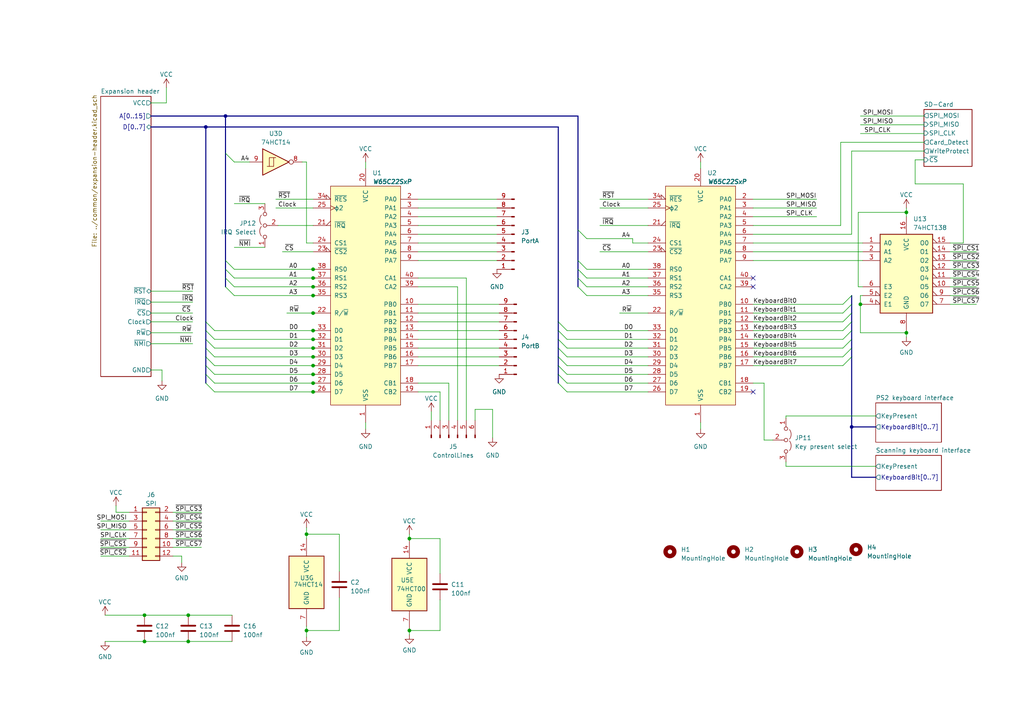
<source format=kicad_sch>
(kicad_sch (version 20230121) (generator eeschema)
  (paper "A4")
  (lib_symbols
    (symbol "65xx:W65C22SxP" (pin_names (offset 1.016))
      (property "Reference" "U" (at -10.16 33.02 0))
      (property "Value" "W65C22SxP" (at 0 0 90))
      (symbol "W65C22SxP_0_1"
        (rectangle (start -10.16 31.75) (end 10.16 -31.75) (fill (type background)))
      )
      (symbol "W65C22SxP_1_1"
        (pin power_in line (at 0 -36.83 90) (length 5.08) (name "VSS") (number "1"))
        (pin bidirectional line (at 15.24 -2.54 180) (length 5.08) (name "PB0") (number "10"))
        (pin bidirectional line (at 15.24 -5.08 180) (length 5.08) (name "PB1") (number "11"))
        (pin bidirectional line (at 15.24 -7.62 180) (length 5.08) (name "PB2") (number "12"))
        (pin bidirectional line (at 15.24 -10.16 180) (length 5.08) (name "PB3") (number "13"))
        (pin bidirectional line (at 15.24 -12.7 180) (length 5.08) (name "PB4") (number "14"))
        (pin bidirectional line (at 15.24 -15.24 180) (length 5.08) (name "PB5") (number "15"))
        (pin bidirectional line (at 15.24 -17.78 180) (length 5.08) (name "PB6") (number "16"))
        (pin bidirectional line (at 15.24 -20.32 180) (length 5.08) (name "PB7") (number "17"))
        (pin input line (at 15.24 -25.4 180) (length 5.08) (name "CB1") (number "18"))
        (pin bidirectional line (at 15.24 -27.94 180) (length 5.08) (name "CB2") (number "19"))
        (pin bidirectional line (at 15.24 27.94 180) (length 5.08) (name "PA0") (number "2"))
        (pin power_in line (at 0 36.83 270) (length 5.08) (name "VCC") (number "20"))
        (pin output output_low (at -15.24 20.32 0) (length 5.08) (name "~{IRQ}") (number "21"))
        (pin input line (at -15.24 -5.08 0) (length 5.08) (name "R/~{W}") (number "22"))
        (pin input input_low (at -15.24 12.7 0) (length 5.08) (name "~{CS2}") (number "23"))
        (pin input line (at -15.24 15.24 0) (length 5.08) (name "CS1") (number "24"))
        (pin input clock (at -15.24 25.4 0) (length 5.08) (name "ϕ2") (number "25"))
        (pin bidirectional line (at -15.24 -27.94 0) (length 5.08) (name "D7") (number "26"))
        (pin bidirectional line (at -15.24 -25.4 0) (length 5.08) (name "D6") (number "27"))
        (pin bidirectional line (at -15.24 -22.86 0) (length 5.08) (name "D5") (number "28"))
        (pin bidirectional line (at -15.24 -20.32 0) (length 5.08) (name "D4") (number "29"))
        (pin bidirectional line (at 15.24 25.4 180) (length 5.08) (name "PA1") (number "3"))
        (pin bidirectional line (at -15.24 -17.78 0) (length 5.08) (name "D3") (number "30"))
        (pin bidirectional line (at -15.24 -15.24 0) (length 5.08) (name "D2") (number "31"))
        (pin bidirectional line (at -15.24 -12.7 0) (length 5.08) (name "D1") (number "32"))
        (pin bidirectional line (at -15.24 -10.16 0) (length 5.08) (name "D0") (number "33"))
        (pin input input_low (at -15.24 27.94 0) (length 5.08) (name "~{RES}") (number "34"))
        (pin input line (at -15.24 0 0) (length 5.08) (name "RS3") (number "35"))
        (pin input line (at -15.24 2.54 0) (length 5.08) (name "RS2") (number "36"))
        (pin input line (at -15.24 5.08 0) (length 5.08) (name "RS1") (number "37"))
        (pin input line (at -15.24 7.62 0) (length 5.08) (name "RS0") (number "38"))
        (pin bidirectional line (at 15.24 2.54 180) (length 5.08) (name "CA2") (number "39"))
        (pin bidirectional line (at 15.24 22.86 180) (length 5.08) (name "PA2") (number "4"))
        (pin input line (at 15.24 5.08 180) (length 5.08) (name "CA1") (number "40"))
        (pin bidirectional line (at 15.24 20.32 180) (length 5.08) (name "PA3") (number "5"))
        (pin bidirectional line (at 15.24 17.78 180) (length 5.08) (name "PA4") (number "6"))
        (pin bidirectional line (at 15.24 15.24 180) (length 5.08) (name "PA5") (number "7"))
        (pin bidirectional line (at 15.24 12.7 180) (length 5.08) (name "PA6") (number "8"))
        (pin bidirectional line (at 15.24 10.16 180) (length 5.08) (name "PA7") (number "9"))
      )
    )
    (symbol "74xx:74HCT00" (pin_names (offset 1.016))
      (property "Reference" "U" (at 0 1.27 0))
      (property "Value" "74HCT00" (at 0 -1.27 0))
      (symbol "74HCT00_1_1"
        (arc (start 0 -3.81) (mid 3.7934 0) (end 0 3.81) (stroke (width 0.254)) (fill (type background)))
        (polyline (pts (xy 0 3.81) (xy -3.81 3.81) (xy -3.81 -3.81) (xy 0 -3.81)) (stroke (width 0.254)) (fill (type background)))
        (pin input line (at -7.62 2.54 0) (length 3.81) (name "~") (number "1"))
        (pin input line (at -7.62 -2.54 0) (length 3.81) (name "~") (number "2"))
        (pin output inverted (at 7.62 0 180) (length 3.81) (name "~") (number "3"))
      )
      (symbol "74HCT00_1_2"
        (arc (start -3.81 -3.81) (mid -2.589 0) (end -3.81 3.81) (stroke (width 0.254)))
        (arc (start -0.6096 -3.81) (mid 2.1842 -2.5851) (end 3.81 0) (stroke (width 0.254)) (fill (type background)))
        (polyline (pts (xy -3.81 -3.81) (xy -0.635 -3.81)) (stroke (width 0.254)) (fill (type background)))
        (polyline (pts (xy -3.81 3.81) (xy -0.635 3.81)) (stroke (width 0.254)) (fill (type background)))
        (polyline (pts (xy -0.635 3.81) (xy -3.81 3.81) (xy -3.81 3.81) (xy -3.556 3.4036) (xy -3.0226 2.2606) (xy -2.6924 1.0414) (xy -2.6162 -0.254) (xy -2.7686 -1.4986) (xy -3.175 -2.7178) (xy -3.81 -3.81) (xy -3.81 -3.81) (xy -0.635 -3.81)) (stroke (width -25.4)) (fill (type background)))
        (arc (start 3.81 0) (mid 2.1915 2.5936) (end -0.6096 3.81) (stroke (width 0.254)) (fill (type background)))
        (pin input inverted (at -7.62 2.54 0) (length 4.318) (name "~") (number "1"))
        (pin input inverted (at -7.62 -2.54 0) (length 4.318) (name "~") (number "2"))
        (pin output line (at 7.62 0 180) (length 3.81) (name "~") (number "3"))
      )
      (symbol "74HCT00_2_1"
        (arc (start 0 -3.81) (mid 3.7934 0) (end 0 3.81) (stroke (width 0.254)) (fill (type background)))
        (polyline (pts (xy 0 3.81) (xy -3.81 3.81) (xy -3.81 -3.81) (xy 0 -3.81)) (stroke (width 0.254)) (fill (type background)))
        (pin input line (at -7.62 2.54 0) (length 3.81) (name "~") (number "4"))
        (pin input line (at -7.62 -2.54 0) (length 3.81) (name "~") (number "5"))
        (pin output inverted (at 7.62 0 180) (length 3.81) (name "~") (number "6"))
      )
      (symbol "74HCT00_2_2"
        (arc (start -3.81 -3.81) (mid -2.589 0) (end -3.81 3.81) (stroke (width 0.254)))
        (arc (start -0.6096 -3.81) (mid 2.1842 -2.5851) (end 3.81 0) (stroke (width 0.254)) (fill (type background)))
        (polyline (pts (xy -3.81 -3.81) (xy -0.635 -3.81)) (stroke (width 0.254)) (fill (type background)))
        (polyline (pts (xy -3.81 3.81) (xy -0.635 3.81)) (stroke (width 0.254)) (fill (type background)))
        (polyline (pts (xy -0.635 3.81) (xy -3.81 3.81) (xy -3.81 3.81) (xy -3.556 3.4036) (xy -3.0226 2.2606) (xy -2.6924 1.0414) (xy -2.6162 -0.254) (xy -2.7686 -1.4986) (xy -3.175 -2.7178) (xy -3.81 -3.81) (xy -3.81 -3.81) (xy -0.635 -3.81)) (stroke (width -25.4)) (fill (type background)))
        (arc (start 3.81 0) (mid 2.1915 2.5936) (end -0.6096 3.81) (stroke (width 0.254)) (fill (type background)))
        (pin input inverted (at -7.62 2.54 0) (length 4.318) (name "~") (number "4"))
        (pin input inverted (at -7.62 -2.54 0) (length 4.318) (name "~") (number "5"))
        (pin output line (at 7.62 0 180) (length 3.81) (name "~") (number "6"))
      )
      (symbol "74HCT00_3_1"
        (arc (start 0 -3.81) (mid 3.7934 0) (end 0 3.81) (stroke (width 0.254)) (fill (type background)))
        (polyline (pts (xy 0 3.81) (xy -3.81 3.81) (xy -3.81 -3.81) (xy 0 -3.81)) (stroke (width 0.254)) (fill (type background)))
        (pin input line (at -7.62 -2.54 0) (length 3.81) (name "~") (number "10"))
        (pin output inverted (at 7.62 0 180) (length 3.81) (name "~") (number "8"))
        (pin input line (at -7.62 2.54 0) (length 3.81) (name "~") (number "9"))
      )
      (symbol "74HCT00_3_2"
        (arc (start -3.81 -3.81) (mid -2.589 0) (end -3.81 3.81) (stroke (width 0.254)))
        (arc (start -0.6096 -3.81) (mid 2.1842 -2.5851) (end 3.81 0) (stroke (width 0.254)) (fill (type background)))
        (polyline (pts (xy -3.81 -3.81) (xy -0.635 -3.81)) (stroke (width 0.254)) (fill (type background)))
        (polyline (pts (xy -3.81 3.81) (xy -0.635 3.81)) (stroke (width 0.254)) (fill (type background)))
        (polyline (pts (xy -0.635 3.81) (xy -3.81 3.81) (xy -3.81 3.81) (xy -3.556 3.4036) (xy -3.0226 2.2606) (xy -2.6924 1.0414) (xy -2.6162 -0.254) (xy -2.7686 -1.4986) (xy -3.175 -2.7178) (xy -3.81 -3.81) (xy -3.81 -3.81) (xy -0.635 -3.81)) (stroke (width -25.4)) (fill (type background)))
        (arc (start 3.81 0) (mid 2.1915 2.5936) (end -0.6096 3.81) (stroke (width 0.254)) (fill (type background)))
        (pin input inverted (at -7.62 -2.54 0) (length 4.318) (name "~") (number "10"))
        (pin output line (at 7.62 0 180) (length 3.81) (name "~") (number "8"))
        (pin input inverted (at -7.62 2.54 0) (length 4.318) (name "~") (number "9"))
      )
      (symbol "74HCT00_4_1"
        (arc (start 0 -3.81) (mid 3.7934 0) (end 0 3.81) (stroke (width 0.254)) (fill (type background)))
        (polyline (pts (xy 0 3.81) (xy -3.81 3.81) (xy -3.81 -3.81) (xy 0 -3.81)) (stroke (width 0.254)) (fill (type background)))
        (pin output inverted (at 7.62 0 180) (length 3.81) (name "~") (number "11"))
        (pin input line (at -7.62 2.54 0) (length 3.81) (name "~") (number "12"))
        (pin input line (at -7.62 -2.54 0) (length 3.81) (name "~") (number "13"))
      )
      (symbol "74HCT00_4_2"
        (arc (start -3.81 -3.81) (mid -2.589 0) (end -3.81 3.81) (stroke (width 0.254)))
        (arc (start -0.6096 -3.81) (mid 2.1842 -2.5851) (end 3.81 0) (stroke (width 0.254)) (fill (type background)))
        (polyline (pts (xy -3.81 -3.81) (xy -0.635 -3.81)) (stroke (width 0.254)) (fill (type background)))
        (polyline (pts (xy -3.81 3.81) (xy -0.635 3.81)) (stroke (width 0.254)) (fill (type background)))
        (polyline (pts (xy -0.635 3.81) (xy -3.81 3.81) (xy -3.81 3.81) (xy -3.556 3.4036) (xy -3.0226 2.2606) (xy -2.6924 1.0414) (xy -2.6162 -0.254) (xy -2.7686 -1.4986) (xy -3.175 -2.7178) (xy -3.81 -3.81) (xy -3.81 -3.81) (xy -0.635 -3.81)) (stroke (width -25.4)) (fill (type background)))
        (arc (start 3.81 0) (mid 2.1915 2.5936) (end -0.6096 3.81) (stroke (width 0.254)) (fill (type background)))
        (pin output line (at 7.62 0 180) (length 3.81) (name "~") (number "11"))
        (pin input inverted (at -7.62 2.54 0) (length 4.318) (name "~") (number "12"))
        (pin input inverted (at -7.62 -2.54 0) (length 4.318) (name "~") (number "13"))
      )
      (symbol "74HCT00_5_0"
        (pin power_in line (at 0 12.7 270) (length 5.08) (name "VCC") (number "14"))
        (pin power_in line (at 0 -12.7 90) (length 5.08) (name "GND") (number "7"))
      )
      (symbol "74HCT00_5_1"
        (rectangle (start -5.08 7.62) (end 5.08 -7.62) (stroke (width 0.254)) (fill (type background)))
      )
    )
    (symbol "74xx:74LS138" (pin_names (offset 1.016))
      (property "Reference" "U" (at -7.62 11.43 0))
      (property "Value" "74LS138" (at -7.62 -13.97 0))
      (symbol "74LS138_1_0"
        (pin input line (at -12.7 7.62 0) (length 5.08) (name "A0") (number "1"))
        (pin output output_low (at 12.7 -5.08 180) (length 5.08) (name "O5") (number "10"))
        (pin output output_low (at 12.7 -2.54 180) (length 5.08) (name "O4") (number "11"))
        (pin output output_low (at 12.7 0 180) (length 5.08) (name "O3") (number "12"))
        (pin output output_low (at 12.7 2.54 180) (length 5.08) (name "O2") (number "13"))
        (pin output output_low (at 12.7 5.08 180) (length 5.08) (name "O1") (number "14"))
        (pin output output_low (at 12.7 7.62 180) (length 5.08) (name "O0") (number "15"))
        (pin power_in line (at 0 15.24 270) (length 5.08) (name "VCC") (number "16"))
        (pin input line (at -12.7 5.08 0) (length 5.08) (name "A1") (number "2"))
        (pin input line (at -12.7 2.54 0) (length 5.08) (name "A2") (number "3"))
        (pin input input_low (at -12.7 -10.16 0) (length 5.08) (name "E1") (number "4"))
        (pin input input_low (at -12.7 -7.62 0) (length 5.08) (name "E2") (number "5"))
        (pin input line (at -12.7 -5.08 0) (length 5.08) (name "E3") (number "6"))
        (pin output output_low (at 12.7 -10.16 180) (length 5.08) (name "O7") (number "7"))
        (pin power_in line (at 0 -17.78 90) (length 5.08) (name "GND") (number "8"))
        (pin output output_low (at 12.7 -7.62 180) (length 5.08) (name "O6") (number "9"))
      )
      (symbol "74LS138_1_1"
        (rectangle (start -7.62 10.16) (end 7.62 -12.7) (stroke (width 0.254)) (fill (type background)))
      )
    )
    (symbol "74xx:74LS14" (pin_names (offset 1.016))
      (property "Reference" "U" (at 0 1.27 0))
      (property "Value" "74LS14" (at 0 -1.27 0))
      (symbol "74LS14_1_0"
        (polyline (pts (xy -3.81 3.81) (xy -3.81 -3.81) (xy 3.81 0) (xy -3.81 3.81)) (stroke (width 0.254)) (fill (type background)))
        (pin input line (at -7.62 0 0) (length 3.81) (name "~") (number "1"))
        (pin output inverted (at 7.62 0 180) (length 3.81) (name "~") (number "2"))
      )
      (symbol "74LS14_1_1"
        (polyline (pts (xy -1.905 -1.27) (xy -1.905 1.27) (xy -0.635 1.27)))
        (polyline (pts (xy -2.54 -1.27) (xy -0.635 -1.27) (xy -0.635 1.27) (xy 0 1.27)))
      )
      (symbol "74LS14_2_0"
        (polyline (pts (xy -3.81 3.81) (xy -3.81 -3.81) (xy 3.81 0) (xy -3.81 3.81)) (stroke (width 0.254)) (fill (type background)))
        (pin input line (at -7.62 0 0) (length 3.81) (name "~") (number "3"))
        (pin output inverted (at 7.62 0 180) (length 3.81) (name "~") (number "4"))
      )
      (symbol "74LS14_2_1"
        (polyline (pts (xy -1.905 -1.27) (xy -1.905 1.27) (xy -0.635 1.27)))
        (polyline (pts (xy -2.54 -1.27) (xy -0.635 -1.27) (xy -0.635 1.27) (xy 0 1.27)))
      )
      (symbol "74LS14_3_0"
        (polyline (pts (xy -3.81 3.81) (xy -3.81 -3.81) (xy 3.81 0) (xy -3.81 3.81)) (stroke (width 0.254)) (fill (type background)))
        (pin input line (at -7.62 0 0) (length 3.81) (name "~") (number "5"))
        (pin output inverted (at 7.62 0 180) (length 3.81) (name "~") (number "6"))
      )
      (symbol "74LS14_3_1"
        (polyline (pts (xy -1.905 -1.27) (xy -1.905 1.27) (xy -0.635 1.27)))
        (polyline (pts (xy -2.54 -1.27) (xy -0.635 -1.27) (xy -0.635 1.27) (xy 0 1.27)))
      )
      (symbol "74LS14_4_0"
        (polyline (pts (xy -3.81 3.81) (xy -3.81 -3.81) (xy 3.81 0) (xy -3.81 3.81)) (stroke (width 0.254)) (fill (type background)))
        (pin output inverted (at 7.62 0 180) (length 3.81) (name "~") (number "8"))
        (pin input line (at -7.62 0 0) (length 3.81) (name "~") (number "9"))
      )
      (symbol "74LS14_4_1"
        (polyline (pts (xy -1.905 -1.27) (xy -1.905 1.27) (xy -0.635 1.27)))
        (polyline (pts (xy -2.54 -1.27) (xy -0.635 -1.27) (xy -0.635 1.27) (xy 0 1.27)))
      )
      (symbol "74LS14_5_0"
        (polyline (pts (xy -3.81 3.81) (xy -3.81 -3.81) (xy 3.81 0) (xy -3.81 3.81)) (stroke (width 0.254)) (fill (type background)))
        (pin output inverted (at 7.62 0 180) (length 3.81) (name "~") (number "10"))
        (pin input line (at -7.62 0 0) (length 3.81) (name "~") (number "11"))
      )
      (symbol "74LS14_5_1"
        (polyline (pts (xy -1.905 -1.27) (xy -1.905 1.27) (xy -0.635 1.27)))
        (polyline (pts (xy -2.54 -1.27) (xy -0.635 -1.27) (xy -0.635 1.27) (xy 0 1.27)))
      )
      (symbol "74LS14_6_0"
        (polyline (pts (xy -3.81 3.81) (xy -3.81 -3.81) (xy 3.81 0) (xy -3.81 3.81)) (stroke (width 0.254)) (fill (type background)))
        (pin output inverted (at 7.62 0 180) (length 3.81) (name "~") (number "12"))
        (pin input line (at -7.62 0 0) (length 3.81) (name "~") (number "13"))
      )
      (symbol "74LS14_6_1"
        (polyline (pts (xy -1.905 -1.27) (xy -1.905 1.27) (xy -0.635 1.27)))
        (polyline (pts (xy -2.54 -1.27) (xy -0.635 -1.27) (xy -0.635 1.27) (xy 0 1.27)))
      )
      (symbol "74LS14_7_0"
        (pin power_in line (at 0 12.7 270) (length 5.08) (name "VCC") (number "14"))
        (pin power_in line (at 0 -12.7 90) (length 5.08) (name "GND") (number "7"))
      )
      (symbol "74LS14_7_1"
        (rectangle (start -5.08 7.62) (end 5.08 -7.62) (stroke (width 0.254)) (fill (type background)))
      )
    )
    (symbol "Connector:Conn_01x06_Pin" (pin_names (offset 1.016) hide)
      (property "Reference" "J" (at 0 7.62 0))
      (property "Value" "Conn_01x06_Pin" (at 0 -10.16 0))
      (symbol "Conn_01x06_Pin_1_1"
        (polyline (pts (xy 1.27 -7.62) (xy 0.8636 -7.62)) (stroke (width 0.1524)))
        (polyline (pts (xy 1.27 -5.08) (xy 0.8636 -5.08)) (stroke (width 0.1524)))
        (polyline (pts (xy 1.27 -2.54) (xy 0.8636 -2.54)) (stroke (width 0.1524)))
        (polyline (pts (xy 1.27 0) (xy 0.8636 0)) (stroke (width 0.1524)))
        (polyline (pts (xy 1.27 2.54) (xy 0.8636 2.54)) (stroke (width 0.1524)))
        (polyline (pts (xy 1.27 5.08) (xy 0.8636 5.08)) (stroke (width 0.1524)))
        (rectangle (start 0.8636 -7.493) (end 0 -7.747) (stroke (width 0.1524)) (fill (type outline)))
        (rectangle (start 0.8636 -4.953) (end 0 -5.207) (stroke (width 0.1524)) (fill (type outline)))
        (rectangle (start 0.8636 -2.413) (end 0 -2.667) (stroke (width 0.1524)) (fill (type outline)))
        (rectangle (start 0.8636 0.127) (end 0 -0.127) (stroke (width 0.1524)) (fill (type outline)))
        (rectangle (start 0.8636 2.667) (end 0 2.413) (stroke (width 0.1524)) (fill (type outline)))
        (rectangle (start 0.8636 5.207) (end 0 4.953) (stroke (width 0.1524)) (fill (type outline)))
        (pin passive line (at 5.08 5.08 180) (length 3.81) (name "Pin_1") (number "1"))
        (pin passive line (at 5.08 2.54 180) (length 3.81) (name "Pin_2") (number "2"))
        (pin passive line (at 5.08 0 180) (length 3.81) (name "Pin_3") (number "3"))
        (pin passive line (at 5.08 -2.54 180) (length 3.81) (name "Pin_4") (number "4"))
        (pin passive line (at 5.08 -5.08 180) (length 3.81) (name "Pin_5") (number "5"))
        (pin passive line (at 5.08 -7.62 180) (length 3.81) (name "Pin_6") (number "6"))
      )
    )
    (symbol "Connector:Conn_01x09_Pin" (pin_names (offset 1.016) hide)
      (property "Reference" "J" (at 0 12.7 0))
      (property "Value" "Conn_01x09_Pin" (at 0 -12.7 0))
      (symbol "Conn_01x09_Pin_1_1"
        (polyline (pts (xy 1.27 -10.16) (xy 0.8636 -10.16)) (stroke (width 0.1524)))
        (polyline (pts (xy 1.27 -7.62) (xy 0.8636 -7.62)) (stroke (width 0.1524)))
        (polyline (pts (xy 1.27 -5.08) (xy 0.8636 -5.08)) (stroke (width 0.1524)))
        (polyline (pts (xy 1.27 -2.54) (xy 0.8636 -2.54)) (stroke (width 0.1524)))
        (polyline (pts (xy 1.27 0) (xy 0.8636 0)) (stroke (width 0.1524)))
        (polyline (pts (xy 1.27 2.54) (xy 0.8636 2.54)) (stroke (width 0.1524)))
        (polyline (pts (xy 1.27 5.08) (xy 0.8636 5.08)) (stroke (width 0.1524)))
        (polyline (pts (xy 1.27 7.62) (xy 0.8636 7.62)) (stroke (width 0.1524)))
        (polyline (pts (xy 1.27 10.16) (xy 0.8636 10.16)) (stroke (width 0.1524)))
        (rectangle (start 0.8636 -10.033) (end 0 -10.287) (stroke (width 0.1524)) (fill (type outline)))
        (rectangle (start 0.8636 -7.493) (end 0 -7.747) (stroke (width 0.1524)) (fill (type outline)))
        (rectangle (start 0.8636 -4.953) (end 0 -5.207) (stroke (width 0.1524)) (fill (type outline)))
        (rectangle (start 0.8636 -2.413) (end 0 -2.667) (stroke (width 0.1524)) (fill (type outline)))
        (rectangle (start 0.8636 0.127) (end 0 -0.127) (stroke (width 0.1524)) (fill (type outline)))
        (rectangle (start 0.8636 2.667) (end 0 2.413) (stroke (width 0.1524)) (fill (type outline)))
        (rectangle (start 0.8636 5.207) (end 0 4.953) (stroke (width 0.1524)) (fill (type outline)))
        (rectangle (start 0.8636 7.747) (end 0 7.493) (stroke (width 0.1524)) (fill (type outline)))
        (rectangle (start 0.8636 10.287) (end 0 10.033) (stroke (width 0.1524)) (fill (type outline)))
        (pin passive line (at 5.08 10.16 180) (length 3.81) (name "Pin_1") (number "1"))
        (pin passive line (at 5.08 7.62 180) (length 3.81) (name "Pin_2") (number "2"))
        (pin passive line (at 5.08 5.08 180) (length 3.81) (name "Pin_3") (number "3"))
        (pin passive line (at 5.08 2.54 180) (length 3.81) (name "Pin_4") (number "4"))
        (pin passive line (at 5.08 0 180) (length 3.81) (name "Pin_5") (number "5"))
        (pin passive line (at 5.08 -2.54 180) (length 3.81) (name "Pin_6") (number "6"))
        (pin passive line (at 5.08 -5.08 180) (length 3.81) (name "Pin_7") (number "7"))
        (pin passive line (at 5.08 -7.62 180) (length 3.81) (name "Pin_8") (number "8"))
        (pin passive line (at 5.08 -10.16 180) (length 3.81) (name "Pin_9") (number "9"))
      )
    )
    (symbol "Connector_Generic:Conn_02x06_Odd_Even" (pin_names (offset 1.016) hide)
      (property "Reference" "J" (at 1.27 7.62 0))
      (property "Value" "Conn_02x06_Odd_Even" (at 1.27 -10.16 0))
      (symbol "Conn_02x06_Odd_Even_1_1"
        (rectangle (start -1.27 -7.493) (end 0 -7.747) (stroke (width 0.1524)))
        (rectangle (start -1.27 -4.953) (end 0 -5.207) (stroke (width 0.1524)))
        (rectangle (start -1.27 -2.413) (end 0 -2.667) (stroke (width 0.1524)))
        (rectangle (start -1.27 0.127) (end 0 -0.127) (stroke (width 0.1524)))
        (rectangle (start -1.27 2.667) (end 0 2.413) (stroke (width 0.1524)))
        (rectangle (start -1.27 5.207) (end 0 4.953) (stroke (width 0.1524)))
        (rectangle (start -1.27 6.35) (end 3.81 -8.89) (stroke (width 0.254)) (fill (type background)))
        (rectangle (start 3.81 -7.493) (end 2.54 -7.747) (stroke (width 0.1524)))
        (rectangle (start 3.81 -4.953) (end 2.54 -5.207) (stroke (width 0.1524)))
        (rectangle (start 3.81 -2.413) (end 2.54 -2.667) (stroke (width 0.1524)))
        (rectangle (start 3.81 0.127) (end 2.54 -0.127) (stroke (width 0.1524)))
        (rectangle (start 3.81 2.667) (end 2.54 2.413) (stroke (width 0.1524)))
        (rectangle (start 3.81 5.207) (end 2.54 4.953) (stroke (width 0.1524)))
        (pin passive line (at -5.08 5.08 0) (length 3.81) (name "Pin_1") (number "1"))
        (pin passive line (at 7.62 -5.08 180) (length 3.81) (name "Pin_10") (number "10"))
        (pin passive line (at -5.08 -7.62 0) (length 3.81) (name "Pin_11") (number "11"))
        (pin passive line (at 7.62 -7.62 180) (length 3.81) (name "Pin_12") (number "12"))
        (pin passive line (at 7.62 5.08 180) (length 3.81) (name "Pin_2") (number "2"))
        (pin passive line (at -5.08 2.54 0) (length 3.81) (name "Pin_3") (number "3"))
        (pin passive line (at 7.62 2.54 180) (length 3.81) (name "Pin_4") (number "4"))
        (pin passive line (at -5.08 0 0) (length 3.81) (name "Pin_5") (number "5"))
        (pin passive line (at 7.62 0 180) (length 3.81) (name "Pin_6") (number "6"))
        (pin passive line (at -5.08 -2.54 0) (length 3.81) (name "Pin_7") (number "7"))
        (pin passive line (at 7.62 -2.54 180) (length 3.81) (name "Pin_8") (number "8"))
        (pin passive line (at -5.08 -5.08 0) (length 3.81) (name "Pin_9") (number "9"))
      )
    )
    (symbol "Device:C" (pin_numbers hide) (pin_names (offset 0.254))
      (property "Reference" "C" (at 0.635 2.54 0))
      (property "Value" "C" (at 0.635 -2.54 0))
      (symbol "C_0_1"
        (polyline (pts (xy -2.032 -0.762) (xy 2.032 -0.762)) (stroke (width 0.508)))
        (polyline (pts (xy -2.032 0.762) (xy 2.032 0.762)) (stroke (width 0.508)))
      )
      (symbol "C_1_1"
        (pin passive line (at 0 3.81 270) (length 2.794) (name "~") (number "1"))
        (pin passive line (at 0 -3.81 90) (length 2.794) (name "~") (number "2"))
      )
    )
    (symbol "Jumper:Jumper_3_Open" (pin_names (offset 0) hide)
      (property "Reference" "JP" (at -2.54 -2.54 0))
      (property "Value" "Jumper_3_Open" (at 0 2.794 0))
      (symbol "Jumper_3_Open_0_0"
        (circle (center -3.302 0) (radius 0.508))
        (circle (center 0 0) (radius 0.508))
        (circle (center 3.302 0) (radius 0.508))
      )
      (symbol "Jumper_3_Open_0_1"
        (arc (start -0.254 1.016) (mid -1.651 1.4992) (end -3.048 1.016))
        (polyline (pts (xy 0 -0.508) (xy 0 -1.27)))
        (arc (start 3.048 1.016) (mid 1.651 1.4992) (end 0.254 1.016))
      )
      (symbol "Jumper_3_Open_1_1"
        (pin passive line (at -6.35 0 0) (length 2.54) (name "A") (number "1"))
        (pin passive line (at 0 -3.81 90) (length 2.54) (name "C") (number "2"))
        (pin passive line (at 6.35 0 180) (length 2.54) (name "B") (number "3"))
      )
    )
    (symbol "Mechanical:MountingHole" (pin_names (offset 1.016))
      (property "Reference" "H" (at 0 5.08 0))
      (property "Value" "MountingHole" (at 0 3.175 0))
      (symbol "MountingHole_0_1"
        (circle (center 0 0) (radius 1.27) (stroke (width 1.27)))
      )
    )
    (symbol "power:GND" (power) (pin_names (offset 0))
      (property "Value" "GND" (at 0 -3.81 0))
      (symbol "GND_0_1"
        (polyline (pts (xy 0 0) (xy 0 -1.27) (xy 1.27 -1.27) (xy 0 -2.54) (xy -1.27 -1.27) (xy 0 -1.27)))
      )
      (symbol "GND_1_1"
        (pin power_in line (at 0 0 270) (length 0) hide (name "GND") (number "1"))
      )
    )
    (symbol "power:VCC" (power) (pin_names (offset 0))
      (property "Value" "VCC" (at 0 3.81 0))
      (symbol "VCC_0_1"
        (polyline (pts (xy -0.762 1.27) (xy 0 2.54)))
        (polyline (pts (xy 0 0) (xy 0 2.54)))
        (polyline (pts (xy 0 2.54) (xy 0.762 1.27)))
      )
      (symbol "VCC_1_1"
        (pin power_in line (at 0 0 90) (length 0) hide (name "VCC") (number "1"))
      )
    )
  )
  (junction (at 54.61 178.435))
  (junction (at 90.805 106.045))
  (junction (at 90.805 85.725))
  (junction (at 59.69 36.83))
  (junction (at 90.805 111.125))
  (junction (at 41.91 178.435))
  (junction (at 118.745 182.88))
  (junction (at 90.805 113.665))
  (junction (at 90.805 108.585))
  (junction (at 262.89 61.595))
  (junction (at 90.805 100.965))
  (junction (at 90.805 103.505))
  (junction (at 88.9 182.88))
  (junction (at 54.61 186.055))
  (junction (at 262.89 96.52))
  (junction (at 90.805 78.105))
  (junction (at 65.405 33.655))
  (junction (at 247.015 123.825))
  (junction (at 90.805 90.805))
  (junction (at 118.745 156.21))
  (junction (at 90.805 80.645))
  (junction (at 41.91 186.055))
  (junction (at 90.805 95.885))
  (junction (at 90.805 83.185))
  (junction (at 90.805 98.425))
  (junction (at 249.555 88.265))
  (junction (at 88.9 154.94))
  (no_connect (at 218.44 80.645))
  (no_connect (at 218.44 113.665))
  (no_connect (at 218.44 83.185))
  (bus_entry (at 167.64 78.105) (size 2.54 2.54))
  (bus_entry (at 59.69 108.585) (size 2.54 2.54))
  (bus_entry (at 59.69 106.045) (size 2.54 2.54))
  (bus_entry (at 247.015 98.425) (size -2.54 2.54))
  (bus_entry (at 59.69 100.965) (size 2.54 2.54))
  (bus_entry (at 247.015 103.505) (size -2.54 2.54))
  (bus_entry (at 161.925 95.885) (size 2.54 2.54))
  (bus_entry (at 59.69 98.425) (size 2.54 2.54))
  (bus_entry (at 161.925 108.585) (size 2.54 2.54))
  (bus_entry (at 161.925 98.425) (size 2.54 2.54))
  (bus_entry (at 161.925 106.045) (size 2.54 2.54))
  (bus_entry (at 167.64 80.645) (size 2.54 2.54))
  (bus_entry (at 65.405 75.565) (size 2.54 2.54))
  (bus_entry (at 161.925 111.125) (size 2.54 2.54))
  (bus_entry (at 161.925 100.965) (size 2.54 2.54))
  (bus_entry (at 247.015 93.345) (size -2.54 2.54))
  (bus_entry (at 247.015 95.885) (size -2.54 2.54))
  (bus_entry (at 65.405 83.185) (size 2.54 2.54))
  (bus_entry (at 247.015 88.265) (size -2.54 2.54))
  (bus_entry (at 167.64 75.565) (size 2.54 2.54))
  (bus_entry (at 161.925 103.505) (size 2.54 2.54))
  (bus_entry (at 247.015 85.725) (size -2.54 2.54))
  (bus_entry (at 59.69 93.345) (size 2.54 2.54))
  (bus_entry (at 65.405 80.645) (size 2.54 2.54))
  (bus_entry (at 59.69 111.125) (size 2.54 2.54))
  (bus_entry (at 247.015 100.965) (size -2.54 2.54))
  (bus_entry (at 59.69 95.885) (size 2.54 2.54))
  (bus_entry (at 59.69 103.505) (size 2.54 2.54))
  (bus_entry (at 167.64 83.185) (size 2.54 2.54))
  (bus_entry (at 161.925 93.345) (size 2.54 2.54))
  (bus_entry (at 247.015 90.805) (size -2.54 2.54))
  (bus_entry (at 65.405 44.45) (size 2.54 2.54))
  (bus_entry (at 65.405 78.105) (size 2.54 2.54))
  (bus_entry (at 167.64 66.675) (size 2.54 2.54))
  (wire (pts (xy 218.44 75.565) (xy 250.19 75.565)))
  (wire (pts (xy 247.015 67.945) (xy 218.44 67.945)))
  (wire (pts (xy 90.805 111.125) (xy 91.44 111.125)))
  (wire (pts (xy 275.59 78.105) (xy 283.21 78.105)))
  (bus (pts (xy 65.405 78.105) (xy 65.405 80.645)))
  (wire (pts (xy 250.19 85.725) (xy 249.555 85.725)))
  (bus (pts (xy 167.64 66.675) (xy 167.64 75.565)))
  (wire (pts (xy 218.44 93.345) (xy 244.475 93.345)))
  (bus (pts (xy 161.925 98.425) (xy 161.925 100.965)))
  (wire (pts (xy 248.92 61.595) (xy 262.89 61.595)))
  (wire (pts (xy 275.59 73.025) (xy 283.21 73.025)))
  (wire (pts (xy 275.59 70.485) (xy 279.4 70.485)))
  (wire (pts (xy 164.465 111.125) (xy 187.96 111.125)))
  (wire (pts (xy 279.4 70.485) (xy 279.4 53.34)))
  (wire (pts (xy 127.635 113.665) (xy 127.635 121.92)))
  (wire (pts (xy 118.745 182.88) (xy 118.745 182.245)))
  (wire (pts (xy 121.285 111.125) (xy 130.175 111.125)))
  (wire (pts (xy 203.2 122.555) (xy 203.2 124.46)))
  (bus (pts (xy 161.925 36.83) (xy 161.925 93.345)))
  (wire (pts (xy 144.145 60.325) (xy 121.285 60.325)))
  (bus (pts (xy 43.815 33.655) (xy 65.405 33.655)))
  (wire (pts (xy 275.59 85.725) (xy 283.21 85.725)))
  (wire (pts (xy 144.78 103.505) (xy 121.285 103.505)))
  (bus (pts (xy 167.64 75.565) (xy 167.64 78.105)))
  (wire (pts (xy 144.78 106.045) (xy 121.285 106.045)))
  (wire (pts (xy 279.4 53.34) (xy 265.43 53.34)))
  (wire (pts (xy 254 135.255) (xy 227.965 135.255)))
  (wire (pts (xy 90.805 106.045) (xy 91.44 106.045)))
  (wire (pts (xy 144.145 75.565) (xy 121.285 75.565)))
  (wire (pts (xy 218.44 111.125) (xy 221.615 111.125)))
  (wire (pts (xy 164.465 95.885) (xy 187.96 95.885)))
  (wire (pts (xy 244.475 88.265) (xy 218.44 88.265)))
  (wire (pts (xy 275.59 88.265) (xy 283.21 88.265)))
  (wire (pts (xy 144.78 93.345) (xy 121.285 93.345)))
  (wire (pts (xy 249.555 96.52) (xy 262.89 96.52)))
  (wire (pts (xy 43.815 90.805) (xy 55.88 90.805)))
  (wire (pts (xy 218.44 106.045) (xy 244.475 106.045)))
  (wire (pts (xy 125.095 119.38) (xy 125.095 121.92)))
  (wire (pts (xy 267.97 33.655) (xy 249.555 33.655)))
  (bus (pts (xy 65.405 33.655) (xy 167.64 33.655)))
  (wire (pts (xy 41.91 186.055) (xy 54.61 186.055)))
  (wire (pts (xy 170.18 83.185) (xy 187.96 83.185)))
  (wire (pts (xy 90.805 103.505) (xy 91.44 103.505)))
  (wire (pts (xy 275.59 75.565) (xy 283.21 75.565)))
  (wire (pts (xy 144.145 62.865) (xy 121.285 62.865)))
  (wire (pts (xy 250.19 83.185) (xy 248.92 83.185)))
  (wire (pts (xy 90.805 85.725) (xy 91.44 85.725)))
  (wire (pts (xy 144.78 90.805) (xy 121.285 90.805)))
  (wire (pts (xy 164.465 108.585) (xy 187.96 108.585)))
  (wire (pts (xy 43.815 93.345) (xy 55.88 93.345)))
  (wire (pts (xy 247.015 43.815) (xy 247.015 67.945)))
  (wire (pts (xy 203.2 46.99) (xy 203.2 48.895)))
  (wire (pts (xy 127.635 182.88) (xy 127.635 173.99)))
  (wire (pts (xy 249.555 88.265) (xy 250.19 88.265)))
  (bus (pts (xy 247.015 90.805) (xy 247.015 93.345)))
  (wire (pts (xy 29.21 151.13) (xy 37.465 151.13)))
  (wire (pts (xy 275.59 83.185) (xy 283.21 83.185)))
  (wire (pts (xy 218.44 103.505) (xy 244.475 103.505)))
  (bus (pts (xy 167.64 80.645) (xy 167.64 83.185)))
  (wire (pts (xy 170.18 69.215) (xy 183.515 69.215)))
  (wire (pts (xy 90.805 83.185) (xy 91.44 83.185)))
  (wire (pts (xy 43.815 99.695) (xy 55.88 99.695)))
  (wire (pts (xy 127.635 166.37) (xy 127.635 156.21)))
  (wire (pts (xy 29.21 153.67) (xy 37.465 153.67)))
  (wire (pts (xy 218.44 65.405) (xy 243.84 65.405)))
  (bus (pts (xy 65.405 44.45) (xy 65.405 75.565)))
  (wire (pts (xy 48.26 25.4) (xy 48.26 29.845)))
  (wire (pts (xy 121.285 113.665) (xy 127.635 113.665)))
  (wire (pts (xy 62.23 100.965) (xy 90.805 100.965)))
  (wire (pts (xy 144.145 73.025) (xy 121.285 73.025)))
  (wire (pts (xy 144.78 95.885) (xy 121.285 95.885)))
  (wire (pts (xy 121.285 80.645) (xy 135.255 80.645)))
  (wire (pts (xy 50.165 153.67) (xy 58.42 153.67)))
  (wire (pts (xy 88.9 153.035) (xy 88.9 154.94)))
  (wire (pts (xy 98.425 165.735) (xy 98.425 154.94)))
  (wire (pts (xy 262.89 97.79) (xy 262.89 96.52)))
  (bus (pts (xy 167.64 78.105) (xy 167.64 80.645)))
  (bus (pts (xy 59.69 36.83) (xy 43.815 36.83)))
  (wire (pts (xy 90.805 78.105) (xy 91.44 78.105)))
  (wire (pts (xy 218.44 62.865) (xy 236.855 62.865)))
  (wire (pts (xy 50.165 151.13) (xy 58.42 151.13)))
  (bus (pts (xy 254 138.43) (xy 247.015 138.43)))
  (wire (pts (xy 50.165 148.59) (xy 58.42 148.59)))
  (wire (pts (xy 62.23 95.885) (xy 90.805 95.885)))
  (wire (pts (xy 33.655 146.685) (xy 33.655 148.59)))
  (wire (pts (xy 90.805 80.645) (xy 91.44 80.645)))
  (wire (pts (xy 83.185 90.805) (xy 90.805 90.805)))
  (bus (pts (xy 247.015 100.965) (xy 247.015 103.505)))
  (wire (pts (xy 137.795 121.92) (xy 137.795 118.745)))
  (wire (pts (xy 267.97 43.815) (xy 247.015 43.815)))
  (wire (pts (xy 87.63 46.99) (xy 88.9 46.99)))
  (wire (pts (xy 88.9 70.485) (xy 90.805 70.485)))
  (wire (pts (xy 90.805 100.965) (xy 91.44 100.965)))
  (wire (pts (xy 29.21 158.75) (xy 37.465 158.75)))
  (wire (pts (xy 98.425 182.88) (xy 88.9 182.88)))
  (bus (pts (xy 247.015 123.825) (xy 247.015 138.43)))
  (wire (pts (xy 90.805 95.885) (xy 91.44 95.885)))
  (wire (pts (xy 144.78 100.965) (xy 121.285 100.965)))
  (wire (pts (xy 30.48 178.435) (xy 41.91 178.435)))
  (bus (pts (xy 65.405 80.645) (xy 65.405 83.185)))
  (wire (pts (xy 144.145 67.945) (xy 121.285 67.945)))
  (wire (pts (xy 243.84 41.275) (xy 267.97 41.275)))
  (wire (pts (xy 67.945 71.755) (xy 76.835 71.755)))
  (wire (pts (xy 81.915 73.025) (xy 90.805 73.025)))
  (bus (pts (xy 247.015 85.725) (xy 247.015 88.265)))
  (wire (pts (xy 267.97 38.735) (xy 249.555 38.735)))
  (wire (pts (xy 267.97 36.195) (xy 249.555 36.195)))
  (wire (pts (xy 29.21 156.21) (xy 37.465 156.21)))
  (wire (pts (xy 164.465 98.425) (xy 187.96 98.425)))
  (wire (pts (xy 88.9 181.61) (xy 88.9 182.88)))
  (wire (pts (xy 106.045 124.46) (xy 106.045 122.555)))
  (wire (pts (xy 144.78 88.265) (xy 121.285 88.265)))
  (wire (pts (xy 118.745 182.88) (xy 127.635 182.88)))
  (wire (pts (xy 179.705 90.805) (xy 187.96 90.805)))
  (wire (pts (xy 164.465 113.665) (xy 187.96 113.665)))
  (bus (pts (xy 59.69 93.345) (xy 59.69 95.885)))
  (wire (pts (xy 30.48 186.055) (xy 41.91 186.055)))
  (wire (pts (xy 135.255 80.645) (xy 135.255 121.92)))
  (bus (pts (xy 161.925 95.885) (xy 161.925 98.425)))
  (wire (pts (xy 43.815 96.52) (xy 55.88 96.52)))
  (wire (pts (xy 170.18 80.645) (xy 187.96 80.645)))
  (wire (pts (xy 227.965 121.285) (xy 227.965 120.65)))
  (wire (pts (xy 218.44 90.805) (xy 244.475 90.805)))
  (wire (pts (xy 54.61 186.055) (xy 67.31 186.055)))
  (wire (pts (xy 106.045 46.99) (xy 106.045 48.895)))
  (wire (pts (xy 67.945 59.055) (xy 76.835 59.055)))
  (wire (pts (xy 262.89 61.595) (xy 262.89 62.865)))
  (bus (pts (xy 254 123.825) (xy 247.015 123.825)))
  (wire (pts (xy 183.515 69.215) (xy 183.515 70.485)))
  (wire (pts (xy 221.615 127.635) (xy 224.155 127.635)))
  (wire (pts (xy 118.745 154.94) (xy 118.745 156.21)))
  (wire (pts (xy 33.655 148.59) (xy 37.465 148.59)))
  (bus (pts (xy 65.405 33.655) (xy 65.405 44.45)))
  (wire (pts (xy 248.92 83.185) (xy 248.92 61.595)))
  (wire (pts (xy 137.795 118.745) (xy 142.875 118.745)))
  (wire (pts (xy 132.715 83.185) (xy 132.715 121.92)))
  (wire (pts (xy 144.145 70.485) (xy 121.285 70.485)))
  (bus (pts (xy 59.69 108.585) (xy 59.69 111.125)))
  (bus (pts (xy 247.015 98.425) (xy 247.015 100.965)))
  (wire (pts (xy 80.01 57.785) (xy 90.805 57.785)))
  (wire (pts (xy 67.945 46.99) (xy 72.39 46.99)))
  (wire (pts (xy 80.01 60.325) (xy 90.805 60.325)))
  (wire (pts (xy 90.805 113.665) (xy 91.44 113.665)))
  (bus (pts (xy 59.69 103.505) (xy 59.69 106.045)))
  (wire (pts (xy 50.165 158.75) (xy 58.42 158.75)))
  (wire (pts (xy 48.26 29.845) (xy 43.815 29.845)))
  (bus (pts (xy 247.015 95.885) (xy 247.015 98.425)))
  (wire (pts (xy 62.23 106.045) (xy 90.805 106.045)))
  (wire (pts (xy 130.175 111.125) (xy 130.175 121.92)))
  (bus (pts (xy 161.925 103.505) (xy 161.925 106.045)))
  (wire (pts (xy 90.805 108.585) (xy 91.44 108.585)))
  (wire (pts (xy 275.59 80.645) (xy 283.21 80.645)))
  (wire (pts (xy 88.9 182.88) (xy 88.9 184.785)))
  (bus (pts (xy 247.015 93.345) (xy 247.015 95.885)))
  (bus (pts (xy 59.69 100.965) (xy 59.69 103.505)))
  (bus (pts (xy 65.405 75.565) (xy 65.405 78.105)))
  (bus (pts (xy 161.925 100.965) (xy 161.925 103.505)))
  (wire (pts (xy 118.745 184.15) (xy 118.745 182.88)))
  (bus (pts (xy 247.015 103.505) (xy 247.015 123.825)))
  (wire (pts (xy 46.99 107.315) (xy 46.99 110.49)))
  (wire (pts (xy 62.23 103.505) (xy 90.805 103.505)))
  (wire (pts (xy 67.945 85.725) (xy 90.805 85.725)))
  (wire (pts (xy 88.9 46.99) (xy 88.9 70.485)))
  (wire (pts (xy 218.44 98.425) (xy 244.475 98.425)))
  (bus (pts (xy 59.69 36.83) (xy 59.69 93.345)))
  (bus (pts (xy 59.69 98.425) (xy 59.69 100.965)))
  (bus (pts (xy 167.64 33.655) (xy 167.64 66.675)))
  (wire (pts (xy 265.43 53.34) (xy 265.43 46.355)))
  (wire (pts (xy 170.18 78.105) (xy 187.96 78.105)))
  (wire (pts (xy 50.165 156.21) (xy 58.42 156.21)))
  (bus (pts (xy 59.69 106.045) (xy 59.69 108.585)))
  (wire (pts (xy 121.285 83.185) (xy 132.715 83.185)))
  (wire (pts (xy 67.945 78.105) (xy 90.805 78.105)))
  (wire (pts (xy 164.465 103.505) (xy 187.96 103.505)))
  (wire (pts (xy 62.23 98.425) (xy 90.805 98.425)))
  (wire (pts (xy 62.23 113.665) (xy 90.805 113.665)))
  (wire (pts (xy 221.615 111.125) (xy 221.615 127.635)))
  (wire (pts (xy 144.145 57.785) (xy 121.285 57.785)))
  (wire (pts (xy 173.99 73.025) (xy 187.96 73.025)))
  (wire (pts (xy 127.635 156.21) (xy 118.745 156.21)))
  (wire (pts (xy 52.705 163.195) (xy 52.705 161.29)))
  (wire (pts (xy 218.44 73.025) (xy 250.19 73.025)))
  (wire (pts (xy 249.555 88.265) (xy 249.555 96.52)))
  (wire (pts (xy 118.745 156.21) (xy 118.745 156.845)))
  (wire (pts (xy 144.78 98.425) (xy 121.285 98.425)))
  (bus (pts (xy 59.69 95.885) (xy 59.69 98.425)))
  (wire (pts (xy 62.23 108.585) (xy 90.805 108.585)))
  (wire (pts (xy 67.945 83.185) (xy 90.805 83.185)))
  (wire (pts (xy 227.965 120.65) (xy 254 120.65)))
  (wire (pts (xy 88.9 154.94) (xy 88.9 156.21)))
  (wire (pts (xy 218.44 60.325) (xy 236.855 60.325)))
  (wire (pts (xy 262.89 96.52) (xy 262.89 95.885)))
  (bus (pts (xy 161.925 93.345) (xy 161.925 95.885)))
  (wire (pts (xy 173.99 60.325) (xy 187.96 60.325)))
  (wire (pts (xy 43.815 87.63) (xy 55.88 87.63)))
  (wire (pts (xy 170.18 85.725) (xy 187.96 85.725)))
  (wire (pts (xy 90.805 90.805) (xy 91.44 90.805)))
  (wire (pts (xy 173.99 57.785) (xy 187.96 57.785)))
  (wire (pts (xy 164.465 106.045) (xy 187.96 106.045)))
  (wire (pts (xy 218.44 57.785) (xy 236.855 57.785)))
  (wire (pts (xy 41.91 178.435) (xy 54.61 178.435)))
  (wire (pts (xy 54.61 178.435) (xy 67.31 178.435)))
  (wire (pts (xy 80.645 65.405) (xy 90.805 65.405)))
  (wire (pts (xy 218.44 100.965) (xy 244.475 100.965)))
  (wire (pts (xy 173.99 65.405) (xy 187.96 65.405)))
  (wire (pts (xy 262.89 60.325) (xy 262.89 61.595)))
  (wire (pts (xy 98.425 173.355) (xy 98.425 182.88)))
  (wire (pts (xy 62.23 111.125) (xy 90.805 111.125)))
  (wire (pts (xy 218.44 95.885) (xy 244.475 95.885)))
  (wire (pts (xy 142.875 118.745) (xy 142.875 127)))
  (wire (pts (xy 265.43 46.355) (xy 267.97 46.355)))
  (wire (pts (xy 144.145 65.405) (xy 121.285 65.405)))
  (wire (pts (xy 52.705 161.29) (xy 50.165 161.29)))
  (bus (pts (xy 161.925 106.045) (xy 161.925 108.585)))
  (wire (pts (xy 29.21 161.29) (xy 37.465 161.29)))
  (bus (pts (xy 161.925 108.585) (xy 161.925 111.125)))
  (wire (pts (xy 183.515 70.485) (xy 187.96 70.485)))
  (wire (pts (xy 249.555 85.725) (xy 249.555 88.265)))
  (wire (pts (xy 90.805 98.425) (xy 91.44 98.425)))
  (wire (pts (xy 227.965 135.255) (xy 227.965 133.985)))
  (wire (pts (xy 43.815 84.455) (xy 55.88 84.455)))
  (wire (pts (xy 218.44 70.485) (xy 250.19 70.485)))
  (wire (pts (xy 98.425 154.94) (xy 88.9 154.94)))
  (bus (pts (xy 59.69 36.83) (xy 161.925 36.83)))
  (bus (pts (xy 247.015 88.265) (xy 247.015 90.805)))
  (wire (pts (xy 164.465 100.965) (xy 187.96 100.965)))
  (wire (pts (xy 243.84 65.405) (xy 243.84 41.275)))
  (wire (pts (xy 43.815 107.315) (xy 46.99 107.315)))
  (wire (pts (xy 67.945 80.645) (xy 90.805 80.645)))
  (label "SPI_MOSI" (at 259.08 33.655 180))
  (label "D1" (at 180.975 98.425 0))
  (label "R~{W}" (at 180.34 90.805 0))
  (label "~{SPI_CS4}" (at 50.8 151.13 0))
  (label "A0" (at 83.82 78.105 0))
  (label "D6" (at 83.82 111.125 0))
  (label "A2" (at 83.82 83.185 0))
  (label "KeyboardBit4" (at 218.44 98.425 0))
  (label "SPI_MISO" (at 227.965 60.325 0))
  (label "SPI_MOSI" (at 36.83 151.13 180))
  (label "~{NMI}" (at 69.215 71.755 0))
  (label "D2" (at 180.975 100.965 0))
  (label "D4" (at 180.975 106.045 0))
  (label "KeyboardBit6" (at 218.44 103.505 0))
  (label "~{SPI_CS6}" (at 276.225 85.725 0))
  (label "A3" (at 83.82 85.725 0))
  (label "KeyboardBit2" (at 218.44 93.345 0))
  (label "A4" (at 180.34 69.215 0))
  (label "Clock" (at 80.645 60.325 0))
  (label "~{SPI_CS6}" (at 50.8 156.21 0))
  (label "SPI_MOSI" (at 227.965 57.785 0))
  (label "A1" (at 180.34 80.645 0))
  (label "~{SPI_CS7}" (at 276.225 88.265 0))
  (label "D2" (at 83.82 100.965 0))
  (label "SPI_MISO" (at 259.08 36.195 180))
  (label "D5" (at 180.975 108.585 0))
  (label "KeyboardBit7" (at 218.44 106.045 0))
  (label "~{SPI_CS4}" (at 276.225 80.645 0))
  (label "~{CS}" (at 82.55 73.025 0))
  (label "~{SPI_CS3}" (at 276.225 78.105 0))
  (label "A2" (at 180.34 83.185 0))
  (label "R~{W}" (at 83.82 90.805 0))
  (label "~{CS}" (at 52.705 90.805 0))
  (label "D7" (at 83.82 113.665 0))
  (label "D3" (at 180.975 103.505 0))
  (label "D0" (at 83.82 95.885 0))
  (label "~{IRQ}" (at 52.705 87.63 0))
  (label "SPI_MISO" (at 36.83 153.67 180))
  (label "D1" (at 83.82 98.425 0))
  (label "KeyboardBit5" (at 218.44 100.965 0))
  (label "D5" (at 83.82 108.585 0))
  (label "SPI_CLK" (at 258.445 38.735 180))
  (label "~{SPI_CS2}" (at 276.225 75.565 0))
  (label "A3" (at 180.34 85.725 0))
  (label "~{RST}" (at 174.625 57.785 0))
  (label "D6" (at 180.975 111.125 0))
  (label "~{RST}" (at 80.645 57.785 0))
  (label "~{IRQ}" (at 174.625 65.405 0))
  (label "Clock" (at 50.8 93.345 0))
  (label "~{SPI_CS3}" (at 50.8 148.59 0))
  (label "D0" (at 180.975 95.885 0))
  (label "SPI_CLK" (at 227.965 62.865 0))
  (label "KeyboardBit1" (at 218.44 90.805 0))
  (label "~{IRQ}" (at 69.215 59.055 0))
  (label "~{SPI_CS2}" (at 36.83 161.29 180))
  (label "D3" (at 83.82 103.505 0))
  (label "~{SPI_CS1}" (at 276.225 73.025 0))
  (label "~{SPI_CS1}" (at 36.83 158.75 180))
  (label "SPI_CLK" (at 36.83 156.21 180))
  (label "A4" (at 69.85 46.99 0))
  (label "~{RST}" (at 52.705 84.455 0))
  (label "Clock" (at 174.625 60.325 0))
  (label "~{NMI}" (at 52.07 99.695 0))
  (label "A1" (at 83.82 80.645 0))
  (label "R~{W}" (at 52.705 96.52 0))
  (label "D7" (at 180.975 113.665 0))
  (label "~{SPI_CS5}" (at 276.225 83.185 0))
  (label "A0" (at 180.34 78.105 0))
  (label "~{SPI_CS7}" (at 50.8 158.75 0))
  (label "~{CS}" (at 174.625 73.025 0))
  (label "KeyboardBit0" (at 218.44 88.265 0))
  (label "D4" (at 83.82 106.045 0))
  (label "KeyboardBit3" (at 218.44 95.885 0))
  (label "~{SPI_CS5}" (at 50.8 153.67 0))
  (symbol (lib_id "Mechanical:MountingHole") (at 231.14 160.02 0) (unit 1)
    (property "Reference" "H3" (at 234.315 159.385 0) (effects (justify left)))
    (property "Value" "MountingHole" (at 234.315 161.925 0) (effects (justify left)))
    (property "Footprint" "MountingHole:MountingHole_2.5mm" (effects hide))
  )
  (symbol (lib_id "74xx:74LS14") (at 88.9 168.91 0) (unit 7)
    (property "Reference" "U3" (at 86.995 167.64 0) (effects (justify left)))
    (property "Value" "74HCT14" (at 85.09 169.545 0) (effects (justify left)))
    (property "Footprint" "Package_DIP:DIP-14_W7.62mm" (effects hide))
    (property "Datasheet" "http://www.ti.com/lit/gpn/sn74LS14" (effects hide))
  )
  (symbol (lib_id "65xx:W65C22SxP") (at 106.045 85.725 0) (unit 1)
    (property "Reference" "U1" (at 108.0009 50.165 0) (effects (justify left)))
    (property "Value" "W65C22SxP" (at 108.0009 52.705 0) (effects (font bold italic) (justify left)))
    (property "Footprint" "Package_DIP:DIP-40_W15.24mm" (effects hide))
    (property "Datasheet" "http://www.westerndesigncenter.com/wdc/documentation/w65c22.pdf" (effects hide))
  )
  (symbol (lib_id "power:GND") (at 106.045 124.46 0) (unit 1)
    (property "Reference" "#PWR03" (effects hide))
    (property "Value" "GND" (at 106.045 129.54 0))
  )
  (symbol (lib_id "power:VCC") (at 33.655 146.685 0) (unit 1)
    (property "Reference" "#PWR044" (effects hide))
    (property "Value" "VCC" (at 33.655 142.875 0))
  )
  (symbol (lib_id "74xx:74LS14") (at 80.01 46.99 0) (unit 4)
    (property "Reference" "U3" (at 80.01 38.735 0))
    (property "Value" "74HCT14" (at 80.01 41.275 0))
    (property "Footprint" "Package_DIP:DIP-14_W7.62mm" (effects hide))
    (property "Datasheet" "http://www.ti.com/lit/gpn/sn74LS14" (effects hide))
  )
  (symbol (lib_id "power:GND") (at 88.9 184.785 0) (unit 1)
    (property "Reference" "#PWR011" (effects hide))
    (property "Value" "GND" (at 88.9 189.23 0))
  )
  (symbol (lib_id "Connector:Conn_01x09_Pin") (at 149.225 67.945 180) (unit 1)
    (property "Reference" "J3" (at 151.13 67.31 0) (effects (justify right)))
    (property "Value" "PortA" (at 151.13 69.85 0) (effects (justify right)))
    (property "Footprint" "Connector_PinHeader_2.54mm:PinHeader_1x09_P2.54mm_Vertical" (effects hide))
  )
  (symbol (lib_id "power:GND") (at 52.705 163.195 0) (unit 1)
    (property "Reference" "#PWR045" (effects hide))
    (property "Value" "GND" (at 52.705 167.64 0))
  )
  (symbol (lib_id "power:GND") (at 142.875 127 0) (unit 1)
    (property "Reference" "#PWR042" (effects hide))
    (property "Value" "GND" (at 142.875 132.08 0))
  )
  (symbol (lib_id "power:VCC") (at 125.095 119.38 0) (unit 1)
    (property "Reference" "#PWR043" (effects hide))
    (property "Value" "VCC" (at 125.095 115.57 0))
  )
  (symbol (lib_id "65xx:W65C22SxP") (at 203.2 85.725 0) (unit 1)
    (property "Reference" "U2" (at 205.1559 50.165 0) (effects (justify left)))
    (property "Value" "W65C22SxP" (at 205.1559 52.705 0) (effects (font bold italic) (justify left)))
    (property "Footprint" "Package_DIP:DIP-40_W15.24mm" (effects hide))
    (property "Datasheet" "http://www.westerndesigncenter.com/wdc/documentation/w65c22.pdf" (effects hide))
  )
  (symbol (lib_id "74xx:74HCT00") (at 36.83 226.695 0) (unit 3)
    (property "Reference" "U5" (at 36.8217 219.075 0))
    (property "Value" "74HCT00" (at 36.8217 221.615 0))
    (property "Footprint" "Package_DIP:DIP-14_W7.62mm" (effects hide))
    (property "Datasheet" "http://www.ti.com/lit/gpn/sn74hct00" (effects hide))
  )
  (symbol (lib_id "Device:C") (at 98.425 169.545 0) (unit 1)
    (property "Reference" "C2" (at 101.6 168.91 0) (effects (justify left)))
    (property "Value" "100nf" (at 101.6 171.45 0) (effects (justify left)))
    (property "Footprint" "Capacitor_THT:C_Disc_D3.4mm_W2.1mm_P2.50mm" (effects hide))
  )
  (symbol (lib_id "Connector:Conn_01x09_Pin") (at 149.86 98.425 180) (unit 1)
    (property "Reference" "J4" (at 151.13 97.79 0) (effects (justify right)))
    (property "Value" "PortB" (at 151.13 100.33 0) (effects (justify right)))
    (property "Footprint" "Connector_PinHeader_2.54mm:PinHeader_1x09_P2.54mm_Vertical" (effects hide))
  )
  (symbol (lib_id "power:VCC") (at 88.9 153.035 0) (unit 1)
    (property "Reference" "#PWR010" (effects hide))
    (property "Value" "VCC" (at 88.9 149.225 0))
  )
  (symbol (lib_id "Jumper:Jumper_3_Open") (at 76.835 65.405 90) (unit 1)
    (property "Reference" "JP12" (at 74.295 64.77 90) (effects (justify left)))
    (property "Value" "IRQ Select" (at 74.295 67.31 90) (effects (justify left)))
    (property "Footprint" "Connector_PinHeader_2.54mm:PinHeader_1x03_P2.54mm_Vertical" (effects hide))
  )
  (symbol (lib_id "power:VCC") (at 118.745 154.94 0) (unit 1)
    (property "Reference" "#PWR020" (effects hide))
    (property "Value" "VCC" (at 118.745 151.13 0))
  )
  (symbol (lib_id "Device:C") (at 54.61 182.245 0) (unit 1)
    (property "Reference" "C13" (at 57.785 181.61 0) (effects (justify left)))
    (property "Value" "100nf" (at 57.785 184.15 0) (effects (justify left)))
    (property "Footprint" "Capacitor_THT:C_Disc_D3.4mm_W2.1mm_P2.50mm" (effects hide))
  )
  (symbol (lib_id "Mechanical:MountingHole") (at 194.31 160.02 0) (unit 1)
    (property "Reference" "H1" (at 197.485 159.385 0) (effects (justify left)))
    (property "Value" "MountingHole" (at 197.485 161.925 0) (effects (justify left)))
    (property "Footprint" "MountingHole:MountingHole_2.5mm" (effects hide))
  )
  (symbol (lib_id "74xx:74LS14") (at 90.805 225.425 0) (unit 5)
    (property "Reference" "U3" (at 90.805 217.17 0))
    (property "Value" "74HCT14" (at 90.805 219.71 0))
    (property "Footprint" "Package_DIP:DIP-14_W7.62mm" (effects hide))
    (property "Datasheet" "http://www.ti.com/lit/gpn/sn74LS14" (effects hide))
  )
  (symbol (lib_id "74xx:74LS14") (at 109.22 225.425 0) (unit 6)
    (property "Reference" "U3" (at 109.22 217.805 0))
    (property "Value" "74HCT14" (at 109.22 220.345 0))
    (property "Footprint" "Package_DIP:DIP-14_W7.62mm" (effects hide))
    (property "Datasheet" "http://www.ti.com/lit/gpn/sn74LS14" (effects hide))
  )
  (symbol (lib_id "power:GND") (at 30.48 186.055 0) (unit 1)
    (property "Reference" "#PWR039" (effects hide))
    (property "Value" "GND" (at 30.48 190.5 0))
  )
  (symbol (lib_id "power:VCC") (at 262.89 60.325 0) (unit 1)
    (property "Reference" "#PWR036" (effects hide))
    (property "Value" "VCC" (at 262.89 56.515 0))
  )
  (symbol (lib_id "Connector:Conn_01x06_Pin") (at 130.175 127 90) (unit 1)
    (property "Reference" "J5" (at 131.445 129.54 90))
    (property "Value" "ControlLines" (at 131.445 132.08 90))
    (property "Footprint" "Connector_PinHeader_2.54mm:PinHeader_1x06_P2.54mm_Vertical" (effects hide))
  )
  (symbol (lib_id "Device:C") (at 127.635 170.18 0) (unit 1)
    (property "Reference" "C11" (at 130.81 169.545 0) (effects (justify left)))
    (property "Value" "100nf" (at 130.81 172.085 0) (effects (justify left)))
    (property "Footprint" "Capacitor_THT:C_Disc_D3.4mm_W2.1mm_P2.50mm" (effects hide))
  )
  (symbol (lib_id "74xx:74LS138") (at 262.89 78.105 0) (unit 1)
    (property "Reference" "U13" (at 264.8459 63.5 0) (effects (justify left)))
    (property "Value" "74HCT138" (at 264.8459 66.04 0) (effects (justify left)))
    (property "Footprint" "Package_DIP:DIP-16_W7.62mm" (effects hide))
    (property "Datasheet" "http://www.ti.com/lit/gpn/sn74LS138" (effects hide))
  )
  (symbol (lib_id "74xx:74HCT00") (at 53.34 226.06 0) (unit 4)
    (property "Reference" "U5" (at 53.3317 217.805 0))
    (property "Value" "74HCT00" (at 53.3317 220.345 0))
    (property "Footprint" "Package_DIP:DIP-14_W7.62mm" (effects hide))
    (property "Datasheet" "http://www.ti.com/lit/gpn/sn74hct00" (effects hide))
  )
  (symbol (lib_id "Jumper:Jumper_3_Open") (at 227.965 127.635 270) (unit 1)
    (property "Reference" "JP11" (at 230.505 127 90) (effects (justify left)))
    (property "Value" "Key present select" (at 230.505 129.54 90) (effects (justify left)))
    (property "Footprint" "Connector_PinHeader_2.54mm:PinHeader_1x03_P2.54mm_Vertical" (effects hide))
  )
  (symbol (lib_id "power:GND") (at 144.145 78.105 0) (unit 1)
    (property "Reference" "#PWR041" (effects hide))
    (property "Value" "GND" (at 144.145 83.185 0))
  )
  (symbol (lib_id "Device:C") (at 41.91 182.245 0) (unit 1)
    (property "Reference" "C12" (at 45.085 181.61 0) (effects (justify left)))
    (property "Value" "100nf" (at 45.085 184.15 0) (effects (justify left)))
    (property "Footprint" "Capacitor_THT:C_Disc_D3.4mm_W2.1mm_P2.50mm" (effects hide))
  )
  (symbol (lib_id "74xx:74HCT00") (at 19.685 227.33 0) (unit 2)
    (property "Reference" "U5" (at 19.6767 219.075 0))
    (property "Value" "74HCT00" (at 19.6767 221.615 0))
    (property "Footprint" "Package_DIP:DIP-14_W7.62mm" (effects hide))
    (property "Datasheet" "http://www.ti.com/lit/gpn/sn74hct00" (effects hide))
  )
  (symbol (lib_id "power:VCC") (at 48.26 25.4 0) (unit 1)
    (property "Reference" "#PWR02" (effects hide))
    (property "Value" "VCC" (at 48.26 21.59 0))
  )
  (symbol (lib_id "74xx:74HCT00") (at 118.745 169.545 0) (unit 5)
    (property "Reference" "U5" (at 116.205 168.275 0) (effects (justify left)))
    (property "Value" "74HCT00" (at 114.935 170.815 0) (effects (justify left)))
    (property "Footprint" "Package_DIP:DIP-14_W7.62mm" (effects hide))
    (property "Datasheet" "http://www.ti.com/lit/gpn/sn74hct00" (effects hide))
  )
  (symbol (lib_id "power:VCC") (at 30.48 178.435 0) (unit 1)
    (property "Reference" "#PWR038" (effects hide))
    (property "Value" "VCC" (at 30.48 174.625 0))
  )
  (symbol (lib_id "Mechanical:MountingHole") (at 212.725 160.02 0) (unit 1)
    (property "Reference" "H2" (at 215.9 159.385 0) (effects (justify left)))
    (property "Value" "MountingHole" (at 215.9 161.925 0) (effects (justify left)))
    (property "Footprint" "MountingHole:MountingHole_2.5mm" (effects hide))
  )
  (symbol (lib_id "power:GND") (at 46.99 110.49 0) (unit 1)
    (property "Reference" "#PWR01" (effects hide))
    (property "Value" "GND" (at 46.99 115.57 0))
  )
  (symbol (lib_id "Mechanical:MountingHole") (at 248.285 159.385 0) (unit 1)
    (property "Reference" "H4" (at 251.46 158.75 0) (effects (justify left)))
    (property "Value" "MountingHole" (at 251.46 161.29 0) (effects (justify left)))
    (property "Footprint" "MountingHole:MountingHole_2.5mm" (effects hide))
  )
  (symbol (lib_id "power:VCC") (at 203.2 46.99 0) (unit 1)
    (property "Reference" "#PWR05" (effects hide))
    (property "Value" "VCC" (at 203.2 43.18 0))
  )
  (symbol (lib_id "power:GND") (at 203.2 124.46 0) (unit 1)
    (property "Reference" "#PWR06" (effects hide))
    (property "Value" "GND" (at 203.2 129.54 0))
  )
  (symbol (lib_id "power:GND") (at 262.89 97.79 0) (unit 1)
    (property "Reference" "#PWR037" (effects hide))
    (property "Value" "GND" (at 262.89 102.235 0))
  )
  (symbol (lib_id "Device:C") (at 67.31 182.245 0) (unit 1)
    (property "Reference" "C16" (at 70.485 181.61 0) (effects (justify left)))
    (property "Value" "100nf" (at 70.485 184.15 0) (effects (justify left)))
    (property "Footprint" "Capacitor_THT:C_Disc_D3.4mm_W2.1mm_P2.50mm" (effects hide))
  )
  (symbol (lib_id "Connector_Generic:Conn_02x06_Odd_Even") (at 42.545 153.67 0) (unit 1)
    (property "Reference" "J6" (at 43.815 143.51 0))
    (property "Value" "SPI" (at 43.815 146.05 0))
    (property "Footprint" "Connector_PinSocket_2.54mm:PinSocket_2x06_P2.54mm_Vertical" (effects hide))
  )
  (symbol (lib_id "power:GND") (at 144.78 108.585 0) (unit 1)
    (property "Reference" "#PWR040" (effects hide))
    (property "Value" "GND" (at 144.78 113.665 0))
  )
  (symbol (lib_id "power:GND") (at 118.745 184.15 0) (unit 1)
    (property "Reference" "#PWR021" (effects hide))
    (property "Value" "GND" (at 118.745 188.595 0))
  )
  (symbol (lib_id "power:VCC") (at 106.045 46.99 0) (unit 1)
    (property "Reference" "#PWR04" (effects hide))
    (property "Value" "VCC" (at 106.045 43.18 0))
  )
  (sheet (at 267.97 31.75) (size 13.97 16.51) (stroke (width 0.1524))
    (property "Sheetname" "SD-Card" (at 267.97 31.0384 0) (effects (justify left bottom)))
    (property "Sheetfile" "sd-card.kicad_sch" (effects hide))
    (pin "SPI_MOSI" output (at 267.97 33.528 180))
    (pin "SPI_MISO" input (at 267.97 36.068 180))
    (pin "SPI_CLK" input (at 267.97 38.608 180))
    (pin "~{CS}" input (at 267.97 46.355 180))
    (pin "Card_Detect" output (at 267.97 41.275 180))
    (pin "WriteProtect" output (at 267.97 43.815 180))
  )
  (sheet (at 29.21 27.94) (size 14.605 81.28) (stroke (width 0.1524))
    (property "Sheetname" "Expansion header" (at 29.21 27.2284 0) (effects (justify left bottom)))
    (property "Sheetfile" "../common/expansion-header.kicad_sch" (at 26.67 71.755 90) (effects (justify left top)))
    (pin "D[0..7]" tri_state (at 43.815 36.83 0))
    (pin "GND" output (at 43.815 107.315 0))
    (pin "R~{W}" output (at 43.815 96.52 0))
    (pin "Clock" output (at 43.815 93.345 0))
    (pin "~{CS}" output (at 43.815 90.805 0))
    (pin "~{NMI}" output (at 43.815 99.695 0))
    (pin "~{IRQ}" output (at 43.815 87.63 0))
    (pin "~{RST}" bidirectional (at 43.815 84.455 0))
    (pin "VCC" output (at 43.815 29.845 0))
    (pin "A[0..15]" output (at 43.815 33.655 0))
  )
  (sheet (at 254 116.84) (size 19.05 11.43) (stroke (width 0.1524))
    (property "Sheetname" "PS2 keyboard interface" (at 254 116.1284 0) (effects (justify left bottom)))
    (property "Sheetfile" "ps2-keyboard-interface.kicad_sch" (effects hide))
    (pin "KeyPresent" output (at 254 120.65 180))
    (pin "KeyboardBit[0..7]" output (at 254 123.825 180))
  )
  (sheet (at 254 132.08) (size 19.05 10.16) (stroke (width 0.1524))
    (property "Sheetname" "Scanning keyboard interface" (at 254 131.3684 0) (effects (justify left bottom)))
    (property "Sheetfile" "scanning-keyboard-interface.kicad_sch" (effects hide))
    (pin "KeyboardBit[0..7]" output (at 254 138.43 180))
    (pin "KeyPresent" output (at 254 135.255 180))
  )
)
</source>
